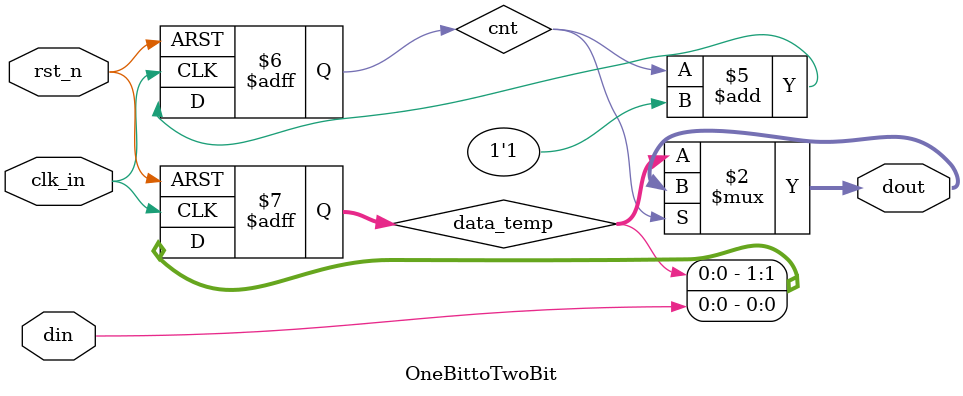
<source format=v>
`timescale 1ns / 1ps


module OneBittoTwoBit(
    input clk_in,
    input rst_n,
    input din,
    output [1:0] dout
    );
reg cnt;
reg [1:0]data_temp;

assign dout = (cnt==1)? dout : data_temp;

always@(posedge clk_in or negedge rst_n)begin
    if(!rst_n) begin
        // dout = 0;  
        data_temp = 0;  
        cnt = 0;
    end
    else begin
        data_temp = {data_temp[0], din};
        cnt = cnt + 1'b1;
    end
end    
endmodule

</source>
